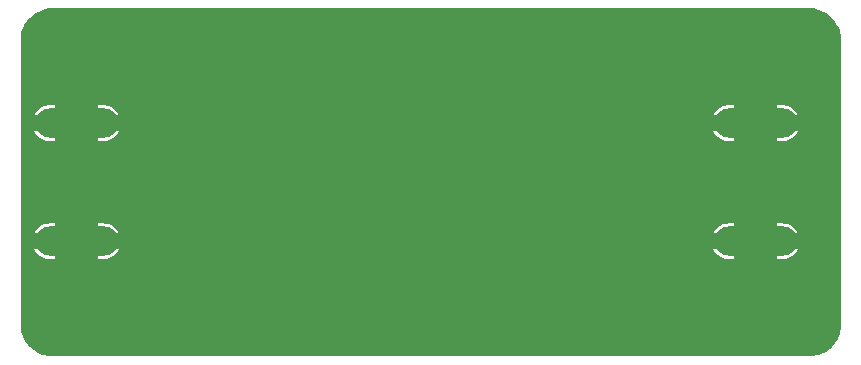
<source format=gbl>
G04 Layer: BottomLayer*
G04 EasyEDA v6.5.20, 2023-08-22 18:50:07*
G04 a67cddfb3fce44daa9051d46cbbcc19f,10*
G04 Gerber Generator version 0.2*
G04 Scale: 100 percent, Rotated: No, Reflected: No *
G04 Dimensions in millimeters *
G04 leading zeros omitted , absolute positions ,4 integer and 5 decimal *
%FSLAX45Y45*%
%MOMM*%

%ADD10O,6.999986000000001X2.4999949999999997*%

%LPD*%
G36*
X300278Y25908D02*
G01*
X278079Y26822D01*
X256743Y29362D01*
X235610Y33629D01*
X214934Y39471D01*
X194767Y46939D01*
X175209Y55981D01*
X156464Y66548D01*
X138582Y78536D01*
X121716Y91846D01*
X105918Y106476D01*
X91338Y122326D01*
X78028Y139242D01*
X66141Y157124D01*
X55626Y175920D01*
X46634Y195478D01*
X39217Y215696D01*
X33426Y236423D01*
X29260Y257505D01*
X26771Y278892D01*
X25908Y300685D01*
X25908Y2699308D01*
X26822Y2721914D01*
X29362Y2743250D01*
X33629Y2764383D01*
X39471Y2785059D01*
X46939Y2805226D01*
X55981Y2824784D01*
X66548Y2843530D01*
X78536Y2861411D01*
X91846Y2878277D01*
X106476Y2894076D01*
X122326Y2908655D01*
X139242Y2921965D01*
X157124Y2933852D01*
X175920Y2944368D01*
X195478Y2953359D01*
X215696Y2960776D01*
X236423Y2966567D01*
X257505Y2970733D01*
X278892Y2973222D01*
X300685Y2974086D01*
X6699300Y2974086D01*
X6721906Y2973171D01*
X6743242Y2970631D01*
X6764375Y2966364D01*
X6785051Y2960522D01*
X6805218Y2953054D01*
X6824776Y2944012D01*
X6843522Y2933446D01*
X6861403Y2921457D01*
X6878269Y2908147D01*
X6894068Y2893517D01*
X6908647Y2877667D01*
X6921957Y2860751D01*
X6933844Y2842869D01*
X6944359Y2824073D01*
X6953351Y2804515D01*
X6960768Y2784297D01*
X6966559Y2763570D01*
X6970725Y2742488D01*
X6973214Y2721102D01*
X6974078Y2699308D01*
X6974078Y300685D01*
X6973163Y278079D01*
X6970623Y256743D01*
X6966356Y235610D01*
X6960514Y214934D01*
X6953046Y194767D01*
X6944004Y175209D01*
X6933438Y156464D01*
X6921449Y138582D01*
X6908139Y121716D01*
X6893509Y105918D01*
X6877659Y91338D01*
X6860743Y78028D01*
X6842861Y66141D01*
X6824065Y55626D01*
X6804507Y46634D01*
X6784289Y39217D01*
X6763562Y33426D01*
X6742480Y29260D01*
X6721094Y26771D01*
X6699300Y25908D01*
G37*

%LPC*%
G36*
X5890920Y2068830D02*
G01*
X6068618Y2068830D01*
X6068618Y2150922D01*
X6025286Y2150922D01*
X6008116Y2149957D01*
X5991402Y2147112D01*
X5975146Y2142439D01*
X5959500Y2135936D01*
X5944717Y2127758D01*
X5930900Y2117953D01*
X5918301Y2106676D01*
X5907024Y2094077D01*
X5897219Y2080260D01*
G37*
G36*
X275285Y849071D02*
G01*
X318668Y849071D01*
X318668Y931164D01*
X140919Y931164D01*
X147218Y919734D01*
X157022Y905916D01*
X168300Y893318D01*
X180898Y882040D01*
X194716Y872236D01*
X209550Y864057D01*
X225145Y857554D01*
X241401Y852881D01*
X258114Y850036D01*
G37*
G36*
X6025286Y849071D02*
G01*
X6068618Y849071D01*
X6068618Y931164D01*
X5890920Y931164D01*
X5897219Y919734D01*
X5907024Y905916D01*
X5918301Y893318D01*
X5930900Y882040D01*
X5944717Y872236D01*
X5959500Y864057D01*
X5975146Y857554D01*
X5991402Y852881D01*
X6008116Y850036D01*
G37*
G36*
X6431330Y849071D02*
G01*
X6474714Y849071D01*
X6491884Y850036D01*
X6508546Y852881D01*
X6524802Y857554D01*
X6540449Y864057D01*
X6555282Y872236D01*
X6569049Y882040D01*
X6581698Y893318D01*
X6592976Y905916D01*
X6602730Y919734D01*
X6609080Y931164D01*
X6431330Y931164D01*
G37*
G36*
X140919Y1068832D02*
G01*
X318668Y1068832D01*
X318668Y1150924D01*
X275285Y1150924D01*
X258114Y1149959D01*
X241401Y1147114D01*
X225145Y1142441D01*
X209550Y1135938D01*
X194716Y1127760D01*
X180898Y1117955D01*
X168300Y1106678D01*
X157022Y1094079D01*
X147218Y1080262D01*
G37*
G36*
X681329Y1068832D02*
G01*
X859078Y1068832D01*
X852779Y1080262D01*
X842975Y1094079D01*
X831697Y1106678D01*
X819099Y1117955D01*
X805281Y1127760D01*
X790448Y1135938D01*
X774852Y1142441D01*
X758596Y1147114D01*
X741883Y1149959D01*
X724712Y1150924D01*
X681329Y1150924D01*
G37*
G36*
X5890920Y1068832D02*
G01*
X6068618Y1068832D01*
X6068618Y1150924D01*
X6025286Y1150924D01*
X6008116Y1149959D01*
X5991402Y1147114D01*
X5975146Y1142441D01*
X5959500Y1135938D01*
X5944717Y1127760D01*
X5930900Y1117955D01*
X5918301Y1106678D01*
X5907024Y1094079D01*
X5897219Y1080262D01*
G37*
G36*
X681329Y849071D02*
G01*
X724712Y849071D01*
X741883Y850036D01*
X758596Y852881D01*
X774852Y857554D01*
X790448Y864057D01*
X805281Y872236D01*
X819099Y882040D01*
X831697Y893318D01*
X842975Y905916D01*
X852779Y919734D01*
X859078Y931164D01*
X681329Y931164D01*
G37*
G36*
X681329Y1849069D02*
G01*
X724712Y1849069D01*
X741883Y1850034D01*
X758596Y1852879D01*
X774852Y1857552D01*
X790448Y1864055D01*
X805281Y1872234D01*
X819099Y1882038D01*
X831697Y1893316D01*
X842975Y1905914D01*
X852779Y1919732D01*
X859078Y1931162D01*
X681329Y1931162D01*
G37*
G36*
X275285Y1849069D02*
G01*
X318668Y1849069D01*
X318668Y1931162D01*
X140919Y1931162D01*
X147218Y1919732D01*
X157022Y1905914D01*
X168300Y1893316D01*
X180898Y1882038D01*
X194716Y1872234D01*
X209550Y1864055D01*
X225145Y1857552D01*
X241401Y1852879D01*
X258114Y1850034D01*
G37*
G36*
X6431330Y1849069D02*
G01*
X6474714Y1849069D01*
X6491884Y1850034D01*
X6508546Y1852879D01*
X6524802Y1857552D01*
X6540449Y1864055D01*
X6555282Y1872234D01*
X6569049Y1882038D01*
X6581698Y1893316D01*
X6592976Y1905914D01*
X6602730Y1919732D01*
X6609080Y1931162D01*
X6431330Y1931162D01*
G37*
G36*
X6025286Y1849069D02*
G01*
X6068618Y1849069D01*
X6068618Y1931162D01*
X5890920Y1931162D01*
X5897219Y1919732D01*
X5907024Y1905914D01*
X5918301Y1893316D01*
X5930900Y1882038D01*
X5944717Y1872234D01*
X5959500Y1864055D01*
X5975146Y1857552D01*
X5991402Y1852879D01*
X6008116Y1850034D01*
G37*
G36*
X681329Y2068830D02*
G01*
X859078Y2068830D01*
X852779Y2080260D01*
X842975Y2094077D01*
X831697Y2106676D01*
X819099Y2117953D01*
X805281Y2127758D01*
X790448Y2135936D01*
X774852Y2142439D01*
X758596Y2147112D01*
X741883Y2149957D01*
X724712Y2150922D01*
X681329Y2150922D01*
G37*
G36*
X140919Y2068830D02*
G01*
X318668Y2068830D01*
X318668Y2150922D01*
X275285Y2150922D01*
X258114Y2149957D01*
X241401Y2147112D01*
X225145Y2142439D01*
X209550Y2135936D01*
X194716Y2127758D01*
X180898Y2117953D01*
X168300Y2106676D01*
X157022Y2094077D01*
X147218Y2080260D01*
G37*
G36*
X6431330Y2068830D02*
G01*
X6609080Y2068830D01*
X6602730Y2080260D01*
X6592976Y2094077D01*
X6581698Y2106676D01*
X6569049Y2117953D01*
X6555282Y2127758D01*
X6540449Y2135936D01*
X6524802Y2142439D01*
X6508546Y2147112D01*
X6491884Y2149957D01*
X6474714Y2150922D01*
X6431330Y2150922D01*
G37*
G36*
X6431330Y1068832D02*
G01*
X6609080Y1068832D01*
X6602730Y1080262D01*
X6592976Y1094079D01*
X6581698Y1106678D01*
X6569049Y1117955D01*
X6555282Y1127760D01*
X6540449Y1135938D01*
X6524802Y1142441D01*
X6508546Y1147114D01*
X6491884Y1149959D01*
X6474714Y1150924D01*
X6431330Y1150924D01*
G37*

%LPD*%
D10*
G01*
X499998Y999997D03*
G01*
X499998Y1999995D03*
G01*
X6249987Y1999995D03*
G01*
X6249987Y999997D03*
M02*

</source>
